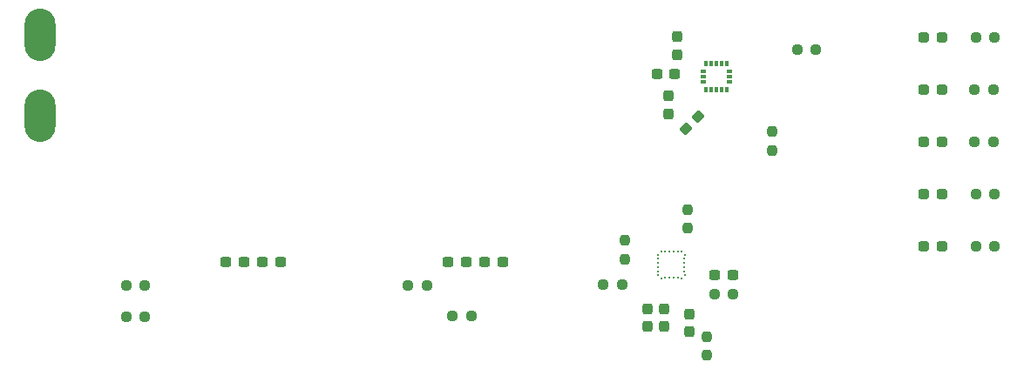
<source format=gbr>
G04 #@! TF.GenerationSoftware,KiCad,Pcbnew,(6.0.8)*
G04 #@! TF.CreationDate,2022-11-19T16:11:50-06:00*
G04 #@! TF.ProjectId,NavBoard_Hardware,4e617642-6f61-4726-945f-486172647761,2_ 2023*
G04 #@! TF.SameCoordinates,Original*
G04 #@! TF.FileFunction,Paste,Top*
G04 #@! TF.FilePolarity,Positive*
%FSLAX46Y46*%
G04 Gerber Fmt 4.6, Leading zero omitted, Abs format (unit mm)*
G04 Created by KiCad (PCBNEW (6.0.8)) date 2022-11-19 16:11:50*
%MOMM*%
%LPD*%
G01*
G04 APERTURE LIST*
G04 Aperture macros list*
%AMRoundRect*
0 Rectangle with rounded corners*
0 $1 Rounding radius*
0 $2 $3 $4 $5 $6 $7 $8 $9 X,Y pos of 4 corners*
0 Add a 4 corners polygon primitive as box body*
4,1,4,$2,$3,$4,$5,$6,$7,$8,$9,$2,$3,0*
0 Add four circle primitives for the rounded corners*
1,1,$1+$1,$2,$3*
1,1,$1+$1,$4,$5*
1,1,$1+$1,$6,$7*
1,1,$1+$1,$8,$9*
0 Add four rect primitives between the rounded corners*
20,1,$1+$1,$2,$3,$4,$5,0*
20,1,$1+$1,$4,$5,$6,$7,0*
20,1,$1+$1,$6,$7,$8,$9,0*
20,1,$1+$1,$8,$9,$2,$3,0*%
G04 Aperture macros list end*
%ADD10RoundRect,0.237500X-0.300000X-0.237500X0.300000X-0.237500X0.300000X0.237500X-0.300000X0.237500X0*%
%ADD11RoundRect,0.237500X0.300000X0.237500X-0.300000X0.237500X-0.300000X-0.237500X0.300000X-0.237500X0*%
%ADD12O,3.000000X5.100000*%
%ADD13RoundRect,0.237500X-0.287500X-0.237500X0.287500X-0.237500X0.287500X0.237500X-0.287500X0.237500X0*%
%ADD14RoundRect,0.237500X0.250000X0.237500X-0.250000X0.237500X-0.250000X-0.237500X0.250000X-0.237500X0*%
%ADD15R,0.350000X0.490000*%
%ADD16R,0.490000X0.350000*%
%ADD17RoundRect,0.237500X-0.237500X0.300000X-0.237500X-0.300000X0.237500X-0.300000X0.237500X0.300000X0*%
%ADD18RoundRect,0.237500X0.044194X0.380070X-0.380070X-0.044194X-0.044194X-0.380070X0.380070X0.044194X0*%
%ADD19R,0.152400X0.228600*%
%ADD20R,0.279400X0.228600*%
%ADD21R,0.228600X0.152400*%
%ADD22R,0.228600X0.279400*%
%ADD23RoundRect,0.237500X0.237500X-0.300000X0.237500X0.300000X-0.237500X0.300000X-0.237500X-0.300000X0*%
%ADD24RoundRect,0.237500X-0.250000X-0.237500X0.250000X-0.237500X0.250000X0.237500X-0.250000X0.237500X0*%
%ADD25RoundRect,0.237500X-0.237500X0.250000X-0.237500X-0.250000X0.237500X-0.250000X0.237500X0.250000X0*%
%ADD26RoundRect,0.237500X0.237500X-0.250000X0.237500X0.250000X-0.237500X0.250000X-0.237500X-0.250000X0*%
G04 APERTURE END LIST*
D10*
X72050000Y-70100000D03*
X73775000Y-70100000D03*
D11*
X70212500Y-70100000D03*
X68487500Y-70100000D03*
D12*
X50400000Y-48026000D03*
X50400000Y-55900000D03*
D13*
X136285000Y-48260000D03*
X138035000Y-48260000D03*
X136285000Y-68580000D03*
X138035000Y-68580000D03*
X136285000Y-63500000D03*
X138035000Y-63500000D03*
D14*
X143152501Y-48260000D03*
X141327501Y-48260000D03*
X143152500Y-68579999D03*
X141327500Y-68579999D03*
X143152500Y-63500001D03*
X141327500Y-63500001D03*
X143034998Y-58457499D03*
X141209998Y-58457499D03*
X143035000Y-53365000D03*
X141210000Y-53365000D03*
D15*
X115139999Y-53360000D03*
X115639999Y-53360000D03*
X116139999Y-53360000D03*
X116639999Y-53360000D03*
X117139999Y-53360000D03*
D16*
X117399999Y-52600000D03*
X117399999Y-52100000D03*
X117399999Y-51600000D03*
D15*
X117139999Y-50840000D03*
X116639999Y-50840000D03*
X116139999Y-50840000D03*
X115639999Y-50840000D03*
X115139999Y-50840000D03*
D16*
X114879999Y-51600000D03*
X114879999Y-52100000D03*
X114879999Y-52600000D03*
D17*
X113475000Y-75150000D03*
X113475000Y-76875000D03*
D18*
X114384880Y-55965120D03*
X113165120Y-57184880D03*
D17*
X109449999Y-74675000D03*
X109449999Y-76400000D03*
X111075000Y-74675000D03*
X111075000Y-76400000D03*
D11*
X112085000Y-51824250D03*
X110360000Y-51824250D03*
D10*
X115987500Y-71406249D03*
X117712500Y-71406249D03*
D17*
X111510000Y-53960000D03*
X111510000Y-55685000D03*
D19*
X110429000Y-69406249D03*
D20*
X110492500Y-69806251D03*
X110492500Y-70206250D03*
X110492500Y-70606250D03*
X110492500Y-71006249D03*
D19*
X110429000Y-71406251D03*
D21*
X110762499Y-71739750D03*
D22*
X111162501Y-71676250D03*
X111562500Y-71676250D03*
X111962500Y-71676250D03*
X112362499Y-71676250D03*
D21*
X112762501Y-71739750D03*
D19*
X113096000Y-71406251D03*
D20*
X113032500Y-71006249D03*
X113032500Y-70606250D03*
X113032500Y-70206250D03*
X113032500Y-69806251D03*
D19*
X113096000Y-69406249D03*
D21*
X112762501Y-69072750D03*
D22*
X112362499Y-69136250D03*
X111962500Y-69136250D03*
X111562500Y-69136250D03*
X111162501Y-69136250D03*
D21*
X110762499Y-69072750D03*
D23*
X112349999Y-49925000D03*
X112349999Y-48200000D03*
D24*
X90487500Y-75400000D03*
X92312500Y-75400000D03*
X58777500Y-75438000D03*
X60602500Y-75438000D03*
D25*
X115187500Y-77356250D03*
X115187500Y-79181250D03*
D24*
X115950000Y-73256250D03*
X117775000Y-73256250D03*
D14*
X106975000Y-72325000D03*
X105150000Y-72325000D03*
D25*
X121551001Y-57422500D03*
X121551001Y-59247500D03*
D24*
X58777500Y-72390000D03*
X60602500Y-72390000D03*
X86187500Y-72400000D03*
X88012500Y-72400000D03*
D11*
X91792500Y-70103750D03*
X90067500Y-70103750D03*
D26*
X113325000Y-66850000D03*
X113325000Y-65025000D03*
X107250000Y-69825000D03*
X107250000Y-68000000D03*
D24*
X123975001Y-49425000D03*
X125800001Y-49425000D03*
D13*
X136285000Y-58420000D03*
X138035000Y-58420000D03*
X136285000Y-53340000D03*
X138035000Y-53340000D03*
D10*
X93630000Y-70103750D03*
X95355000Y-70103750D03*
M02*

</source>
